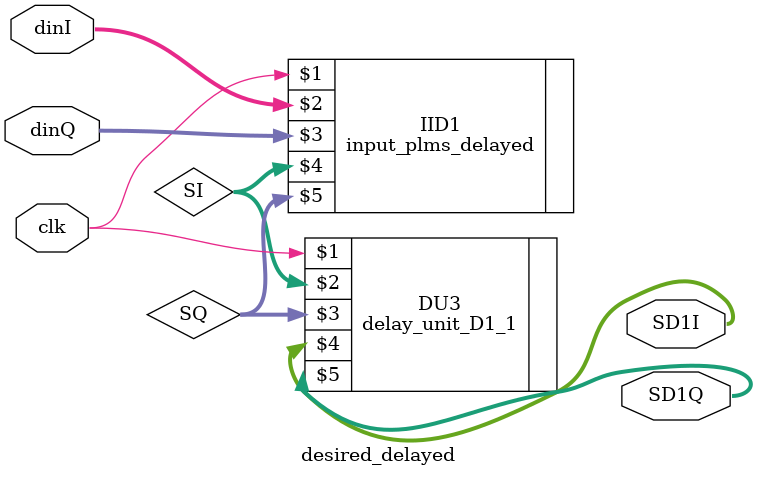
<source format=v>
`timescale 1ns / 1ps


module desired_delayed(clk, dinI, dinQ, SD1I, SD1Q);
    input clk;
    input signed [17:0] dinI, dinQ;   
    output signed [17:0] SD1I, SD1Q;  
     
    wire signed [17:0] dI, dQ, SI, SQ;
    input_plms_delayed IID1(clk, dinI, dinQ, SI, SQ);
    
    delay_unit_D1_1 DU3(clk, SI, SQ, SD1I, SD1Q);          
endmodule

</source>
